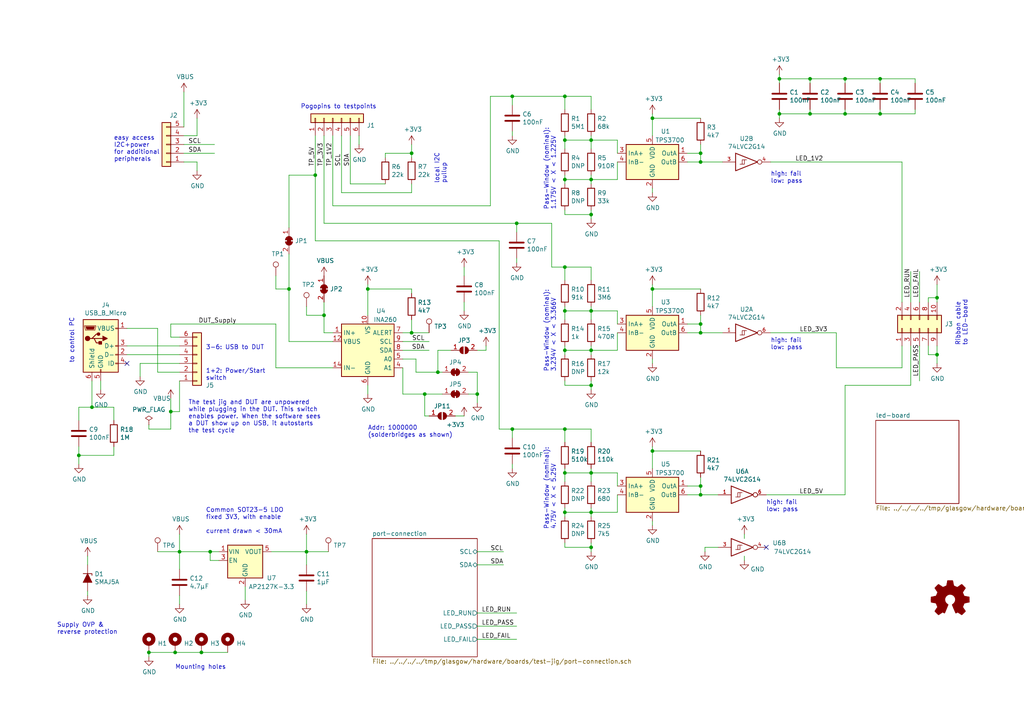
<source format=kicad_sch>
(kicad_sch (version 20230121) (generator eeschema)
  (paper "A4")
  (title_block (title "Glasgow Test Jig") (comment 1 "License 0BSD or Apache 2.0") (comment 3 "by Electronic Eel") (comment 4 "Test Jig for Glasgow revC1"))
  (junction (at 226.06 33.02))
  (junction (at 171.45 137.16))
  (junction (at 189.23 130.81))
  (junction (at 189.23 83.82))
  (junction (at 163.83 77.47))
  (junction (at 91.44 50.8))
  (junction (at 26.67 118.11))
  (junction (at 189.23 34.29))
  (junction (at 119.38 44.45))
  (junction (at 245.11 33.02))
  (junction (at 148.59 27.94))
  (junction (at 50.8 189.23))
  (junction (at 171.45 62.23))
  (junction (at 171.45 90.17))
  (junction (at 106.68 83.82))
  (junction (at 245.11 22.86))
  (junction (at 171.45 111.76))
  (junction (at 49.53 119.38))
  (junction (at 271.78 102.87))
  (junction (at 255.27 33.02))
  (junction (at 203.2 93.98))
  (junction (at 203.2 46.99))
  (junction (at 255.27 22.86))
  (junction (at 93.98 91.44))
  (junction (at 163.83 52.07))
  (junction (at 171.45 158.75))
  (junction (at 203.2 140.97))
  (junction (at 163.83 148.59))
  (junction (at 171.45 101.6))
  (junction (at 171.45 148.59))
  (junction (at 52.07 160.02))
  (junction (at 149.86 64.77))
  (junction (at 163.83 137.16))
  (junction (at 163.83 40.64))
  (junction (at 60.96 160.02))
  (junction (at 171.45 40.64))
  (junction (at 43.18 189.23))
  (junction (at 123.19 114.3))
  (junction (at 163.83 101.6))
  (junction (at 138.43 114.3))
  (junction (at 127 107.95))
  (junction (at 163.83 124.46))
  (junction (at 148.59 124.46))
  (junction (at 171.45 52.07))
  (junction (at 163.83 90.17))
  (junction (at 203.2 96.52))
  (junction (at 234.95 22.86))
  (junction (at 203.2 143.51))
  (junction (at 271.78 86.36))
  (junction (at 58.42 189.23))
  (junction (at 119.38 96.52))
  (junction (at 22.86 132.08))
  (junction (at 83.82 83.82))
  (junction (at 88.9 160.02))
  (junction (at 163.83 27.94))
  (junction (at 203.2 44.45))
  (junction (at 234.95 33.02))
  (junction (at 226.06 22.86))
  (no_connect (at 222.25 158.75))
  (no_connect (at 36.83 105.41))
  (wire (pts (xy 203.2 34.29) (xy 189.23 34.29)))
  (wire (pts (xy 271.78 102.87) (xy 271.78 105.41)))
  (wire (pts (xy 101.6 39.37) (xy 101.6 53.34)))
  (wire (pts (xy 245.11 33.02) (xy 245.11 31.75)))
  (wire (pts (xy 120.65 107.95) (xy 127 107.95)))
  (wire (pts (xy 80.01 83.82) (xy 83.82 83.82)))
  (wire (pts (xy 245.11 111.76) (xy 245.11 143.51)))
  (wire (pts (xy 33.02 132.08) (xy 22.86 132.08)))
  (wire (pts (xy 203.2 41.91) (xy 203.2 44.45)))
  (wire (pts (xy 80.01 80.01) (xy 80.01 83.82)))
  (wire (pts (xy 203.2 140.97) (xy 199.39 140.97)))
  (wire (pts (xy 33.02 118.11) (xy 33.02 121.92)))
  (wire (pts (xy 22.86 129.54) (xy 22.86 132.08)))
  (wire (pts (xy 52.07 175.26) (xy 52.07 172.72)))
  (wire (pts (xy 96.52 96.52) (xy 93.98 96.52)))
  (wire (pts (xy 25.4 171.45) (xy 25.4 172.72)))
  (wire (pts (xy 203.2 138.43) (xy 203.2 140.97)))
  (wire (pts (xy 163.83 137.16) (xy 163.83 135.89)))
  (wire (pts (xy 271.78 82.55) (xy 271.78 86.36)))
  (wire (pts (xy 144.78 69.85) (xy 144.78 124.46)))
  (wire (pts (xy 223.52 96.52) (xy 242.57 96.52)))
  (wire (pts (xy 163.83 60.96) (xy 163.83 62.23)))
  (wire (pts (xy 163.83 90.17) (xy 163.83 88.9)))
  (wire (pts (xy 36.83 95.25) (xy 45.72 95.25)))
  (wire (pts (xy 171.45 137.16) (xy 163.83 137.16)))
  (wire (pts (xy 123.19 120.65) (xy 123.19 114.3)))
  (wire (pts (xy 52.07 105.41) (xy 40.64 105.41)))
  (wire (pts (xy 163.83 52.07) (xy 171.45 52.07)))
  (wire (pts (xy 203.2 93.98) (xy 199.39 93.98)))
  (wire (pts (xy 264.16 100.33) (xy 264.16 111.76)))
  (wire (pts (xy 171.45 149.86) (xy 171.45 148.59)))
  (wire (pts (xy 22.86 121.92) (xy 22.86 118.11)))
  (wire (pts (xy 71.12 173.99) (xy 71.12 170.18)))
  (wire (pts (xy 163.83 102.87) (xy 163.83 101.6)))
  (wire (pts (xy 57.15 39.37) (xy 57.15 34.29)))
  (wire (pts (xy 63.5 162.56) (xy 60.96 162.56)))
  (wire (pts (xy 45.72 107.95) (xy 52.07 107.95)))
  (wire (pts (xy 226.06 34.29) (xy 226.06 33.02)))
  (wire (pts (xy 93.98 87.63) (xy 93.98 91.44)))
  (wire (pts (xy 163.83 139.7) (xy 163.83 137.16)))
  (wire (pts (xy 203.2 44.45) (xy 199.39 44.45)))
  (wire (pts (xy 163.83 148.59) (xy 163.83 147.32)))
  (wire (pts (xy 88.9 175.26) (xy 88.9 171.45)))
  (wire (pts (xy 116.84 114.3) (xy 123.19 114.3)))
  (wire (pts (xy 119.38 41.91) (xy 119.38 44.45)))
  (wire (pts (xy 208.28 158.75) (xy 204.47 158.75)))
  (wire (pts (xy 234.95 33.02) (xy 234.95 31.75)))
  (wire (pts (xy 171.45 111.76) (xy 171.45 110.49)))
  (wire (pts (xy 43.18 124.46) (xy 43.18 123.19)))
  (wire (pts (xy 78.74 160.02) (xy 88.9 160.02)))
  (wire (pts (xy 63.5 160.02) (xy 60.96 160.02)))
  (wire (pts (xy 96.52 39.37) (xy 96.52 59.69)))
  (wire (pts (xy 138.43 114.3) (xy 138.43 116.84)))
  (wire (pts (xy 242.57 96.52) (xy 242.57 106.68)))
  (wire (pts (xy 234.95 22.86) (xy 234.95 24.13)))
  (wire (pts (xy 179.07 96.52) (xy 179.07 101.6)))
  (wire (pts (xy 171.45 148.59) (xy 171.45 147.32)))
  (wire (pts (xy 171.45 77.47) (xy 171.45 81.28)))
  (wire (pts (xy 119.38 85.09) (xy 119.38 83.82)))
  (wire (pts (xy 57.15 46.99) (xy 57.15 49.53)))
  (wire (pts (xy 160.02 77.47) (xy 163.83 77.47)))
  (wire (pts (xy 171.45 92.71) (xy 171.45 90.17)))
  (wire (pts (xy 26.67 118.11) (xy 33.02 118.11)))
  (wire (pts (xy 179.07 90.17) (xy 171.45 90.17)))
  (wire (pts (xy 171.45 137.16) (xy 171.45 135.89)))
  (wire (pts (xy 138.43 181.61) (xy 149.86 181.61)))
  (wire (pts (xy 179.07 148.59) (xy 171.45 148.59)))
  (wire (pts (xy 189.23 55.88) (xy 189.23 54.61)))
  (wire (pts (xy 45.72 95.25) (xy 45.72 107.95)))
  (wire (pts (xy 226.06 33.02) (xy 226.06 31.75)))
  (wire (pts (xy 116.84 99.06) (xy 124.46 99.06)))
  (wire (pts (xy 116.84 96.52) (xy 119.38 96.52)))
  (wire (pts (xy 266.7 87.63) (xy 266.7 78.74)))
  (wire (pts (xy 53.34 41.91) (xy 62.23 41.91)))
  (wire (pts (xy 163.83 40.64) (xy 171.45 40.64)))
  (wire (pts (xy 91.44 50.8) (xy 91.44 69.85)))
  (wire (pts (xy 203.2 46.99) (xy 209.55 46.99)))
  (wire (pts (xy 269.24 102.87) (xy 271.78 102.87)))
  (wire (pts (xy 264.16 111.76) (xy 245.11 111.76)))
  (wire (pts (xy 93.98 64.77) (xy 149.86 64.77)))
  (wire (pts (xy 138.43 101.6) (xy 140.97 101.6)))
  (wire (pts (xy 199.39 46.99) (xy 203.2 46.99)))
  (wire (pts (xy 80.01 106.68) (xy 80.01 93.98)))
  (wire (pts (xy 60.96 162.56) (xy 60.96 160.02)))
  (wire (pts (xy 163.83 62.23) (xy 171.45 62.23)))
  (wire (pts (xy 265.43 22.86) (xy 265.43 24.13)))
  (wire (pts (xy 234.95 22.86) (xy 245.11 22.86)))
  (wire (pts (xy 203.2 96.52) (xy 203.2 93.98)))
  (wire (pts (xy 149.86 76.2) (xy 149.86 74.93)))
  (wire (pts (xy 271.78 102.87) (xy 271.78 100.33)))
  (wire (pts (xy 264.16 87.63) (xy 264.16 78.74)))
  (wire (pts (xy 99.06 39.37) (xy 99.06 55.88)))
  (wire (pts (xy 25.4 161.29) (xy 25.4 163.83)))
  (wire (pts (xy 163.83 39.37) (xy 163.83 40.64)))
  (wire (pts (xy 49.53 97.79) (xy 49.53 93.98)))
  (wire (pts (xy 88.9 88.9) (xy 88.9 91.44)))
  (wire (pts (xy 242.57 106.68) (xy 261.62 106.68)))
  (wire (pts (xy 53.34 46.99) (xy 57.15 46.99)))
  (wire (pts (xy 163.83 101.6) (xy 163.83 100.33)))
  (wire (pts (xy 26.67 110.49) (xy 26.67 118.11)))
  (wire (pts (xy 179.07 52.07) (xy 171.45 52.07)))
  (wire (pts (xy 49.53 119.38) (xy 49.53 115.57)))
  (wire (pts (xy 199.39 143.51) (xy 203.2 143.51)))
  (wire (pts (xy 204.47 158.75) (xy 204.47 160.02)))
  (wire (pts (xy 226.06 21.59) (xy 226.06 22.86)))
  (wire (pts (xy 119.38 55.88) (xy 119.38 53.34)))
  (wire (pts (xy 83.82 50.8) (xy 91.44 50.8)))
  (wire (pts (xy 203.2 130.81) (xy 189.23 130.81)))
  (wire (pts (xy 163.83 77.47) (xy 171.45 77.47)))
  (wire (pts (xy 245.11 22.86) (xy 245.11 24.13)))
  (wire (pts (xy 223.52 46.99) (xy 261.62 46.99)))
  (wire (pts (xy 116.84 104.14) (xy 120.65 104.14)))
  (wire (pts (xy 261.62 46.99) (xy 261.62 87.63)))
  (wire (pts (xy 22.86 118.11) (xy 26.67 118.11)))
  (wire (pts (xy 189.23 83.82) (xy 189.23 88.9)))
  (wire (pts (xy 52.07 110.49) (xy 52.07 119.38)))
  (wire (pts (xy 171.45 148.59) (xy 163.83 148.59)))
  (wire (pts (xy 163.83 124.46) (xy 163.83 128.27)))
  (wire (pts (xy 261.62 106.68) (xy 261.62 100.33)))
  (wire (pts (xy 135.89 107.95) (xy 138.43 107.95)))
  (wire (pts (xy 203.2 96.52) (xy 209.55 96.52)))
  (wire (pts (xy 83.82 73.66) (xy 83.82 83.82)))
  (wire (pts (xy 83.82 66.04) (xy 83.82 50.8)))
  (wire (pts (xy 40.64 105.41) (xy 40.64 109.22)))
  (wire (pts (xy 52.07 119.38) (xy 49.53 119.38)))
  (wire (pts (xy 171.45 60.96) (xy 171.45 62.23)))
  (wire (pts (xy 138.43 177.8) (xy 149.86 177.8)))
  (wire (pts (xy 99.06 55.88) (xy 119.38 55.88)))
  (wire (pts (xy 138.43 160.02) (xy 146.05 160.02)))
  (wire (pts (xy 148.59 30.48) (xy 148.59 27.94)))
  (wire (pts (xy 255.27 33.02) (xy 265.43 33.02)))
  (wire (pts (xy 60.96 160.02) (xy 52.07 160.02)))
  (wire (pts (xy 49.53 124.46) (xy 43.18 124.46)))
  (wire (pts (xy 88.9 160.02) (xy 95.25 160.02)))
  (wire (pts (xy 265.43 33.02) (xy 265.43 31.75)))
  (wire (pts (xy 148.59 39.37) (xy 148.59 38.1)))
  (wire (pts (xy 96.52 106.68) (xy 80.01 106.68)))
  (wire (pts (xy 171.45 27.94) (xy 171.45 31.75)))
  (wire (pts (xy 163.83 149.86) (xy 163.83 148.59)))
  (wire (pts (xy 142.24 59.69) (xy 142.24 27.94)))
  (wire (pts (xy 140.97 101.6) (xy 140.97 100.33)))
  (wire (pts (xy 179.07 140.97) (xy 179.07 137.16)))
  (wire (pts (xy 255.27 22.86) (xy 255.27 24.13)))
  (wire (pts (xy 123.19 114.3) (xy 128.27 114.3)))
  (wire (pts (xy 52.07 165.1) (xy 52.07 160.02)))
  (wire (pts (xy 138.43 185.42) (xy 149.86 185.42)))
  (wire (pts (xy 189.23 129.54) (xy 189.23 130.81)))
  (wire (pts (xy 179.07 101.6) (xy 171.45 101.6)))
  (wire (pts (xy 135.89 114.3) (xy 138.43 114.3)))
  (wire (pts (xy 130.81 101.6) (xy 127 101.6)))
  (wire (pts (xy 179.07 137.16) (xy 171.45 137.16)))
  (wire (pts (xy 142.24 27.94) (xy 148.59 27.94)))
  (wire (pts (xy 203.2 46.99) (xy 203.2 44.45)))
  (wire (pts (xy 58.42 189.23) (xy 66.04 189.23)))
  (wire (pts (xy 269.24 87.63) (xy 269.24 86.36)))
  (wire (pts (xy 106.68 91.44) (xy 106.68 83.82)))
  (wire (pts (xy 163.83 157.48) (xy 163.83 158.75)))
  (wire (pts (xy 226.06 33.02) (xy 234.95 33.02)))
  (wire (pts (xy 163.83 31.75) (xy 163.83 27.94)))
  (wire (pts (xy 91.44 50.8) (xy 91.44 39.37)))
  (wire (pts (xy 52.07 160.02) (xy 45.72 160.02)))
  (wire (pts (xy 49.53 93.98) (xy 80.01 93.98)))
  (wire (pts (xy 116.84 101.6) (xy 124.46 101.6)))
  (wire (pts (xy 163.83 158.75) (xy 171.45 158.75)))
  (wire (pts (xy 163.83 77.47) (xy 163.83 81.28)))
  (wire (pts (xy 171.45 90.17) (xy 163.83 90.17)))
  (wire (pts (xy 22.86 132.08) (xy 22.86 134.62)))
  (wire (pts (xy 203.2 83.82) (xy 189.23 83.82)))
  (wire (pts (xy 203.2 143.51) (xy 203.2 140.97)))
  (wire (pts (xy 171.45 139.7) (xy 171.45 137.16)))
  (wire (pts (xy 171.45 62.23) (xy 171.45 63.5)))
  (wire (pts (xy 163.83 50.8) (xy 163.83 52.07)))
  (wire (pts (xy 171.45 101.6) (xy 171.45 100.33)))
  (wire (pts (xy 53.34 39.37) (xy 57.15 39.37)))
  (wire (pts (xy 101.6 53.34) (xy 111.76 53.34)))
  (wire (pts (xy 124.46 120.65) (xy 123.19 120.65)))
  (wire (pts (xy 266.7 100.33) (xy 266.7 110.49)))
  (wire (pts (xy 234.95 33.02) (xy 245.11 33.02)))
  (wire (pts (xy 203.2 91.44) (xy 203.2 93.98)))
  (wire (pts (xy 245.11 143.51) (xy 222.25 143.51)))
  (wire (pts (xy 215.9 161.29) (xy 215.9 162.56)))
  (wire (pts (xy 171.45 102.87) (xy 171.45 101.6)))
  (wire (pts (xy 171.45 43.18) (xy 171.45 40.64)))
  (wire (pts (xy 43.18 189.23) (xy 50.8 189.23)))
  (wire (pts (xy 189.23 105.41) (xy 189.23 104.14)))
  (wire (pts (xy 226.06 22.86) (xy 226.06 24.13)))
  (wire (pts (xy 29.21 113.03) (xy 29.21 110.49)))
  (wire (pts (xy 33.02 129.54) (xy 33.02 132.08)))
  (wire (pts (xy 269.24 100.33) (xy 269.24 102.87)))
  (wire (pts (xy 49.53 119.38) (xy 49.53 124.46)))
  (wire (pts (xy 119.38 96.52) (xy 124.46 96.52)))
  (wire (pts (xy 163.83 40.64) (xy 163.83 43.18)))
  (wire (pts (xy 163.83 27.94) (xy 171.45 27.94)))
  (wire (pts (xy 255.27 22.86) (xy 265.43 22.86)))
  (wire (pts (xy 88.9 91.44) (xy 93.98 91.44)))
  (wire (pts (xy 132.08 120.65) (xy 134.62 120.65)))
  (wire (pts (xy 171.45 158.75) (xy 171.45 157.48)))
  (wire (pts (xy 148.59 127) (xy 148.59 124.46)))
  (wire (pts (xy 148.59 27.94) (xy 163.83 27.94)))
  (wire (pts (xy 53.34 44.45) (xy 62.23 44.45)))
  (wire (pts (xy 179.07 40.64) (xy 171.45 40.64)))
  (wire (pts (xy 269.24 86.36) (xy 271.78 86.36)))
  (wire (pts (xy 171.45 124.46) (xy 171.45 128.27)))
  (wire (pts (xy 163.83 92.71) (xy 163.83 90.17)))
  (wire (pts (xy 160.02 77.47) (xy 160.02 64.77)))
  (wire (pts (xy 179.07 93.98) (xy 179.07 90.17)))
  (wire (pts (xy 179.07 143.51) (xy 179.07 148.59)))
  (wire (pts (xy 215.9 154.94) (xy 215.9 156.21)))
  (wire (pts (xy 171.45 113.03) (xy 171.45 111.76)))
  (wire (pts (xy 148.59 135.89) (xy 148.59 134.62)))
  (wire (pts (xy 199.39 96.52) (xy 203.2 96.52)))
  (wire (pts (xy 148.59 124.46) (xy 163.83 124.46)))
  (wire (pts (xy 104.14 39.37) (xy 104.14 41.91)))
  (wire (pts (xy 52.07 97.79) (xy 49.53 97.79)))
  (wire (pts (xy 271.78 86.36) (xy 271.78 87.63)))
  (wire (pts (xy 189.23 82.55) (xy 189.23 83.82)))
  (wire (pts (xy 245.11 33.02) (xy 255.27 33.02)))
  (wire (pts (xy 179.07 46.99) (xy 179.07 52.07)))
  (wire (pts (xy 83.82 83.82) (xy 83.82 99.06)))
  (wire (pts (xy 52.07 160.02) (xy 52.07 154.94)))
  (wire (pts (xy 96.52 59.69) (xy 142.24 59.69)))
  (wire (pts (xy 93.98 91.44) (xy 93.98 96.52)))
  (wire (pts (xy 88.9 160.02) (xy 88.9 154.94)))
  (wire (pts (xy 163.83 124.46) (xy 171.45 124.46)))
  (wire (pts (xy 106.68 83.82) (xy 106.68 82.55)))
  (wire (pts (xy 88.9 163.83) (xy 88.9 160.02)))
  (wire (pts (xy 144.78 124.46) (xy 148.59 124.46)))
  (wire (pts (xy 171.45 90.17) (xy 171.45 88.9)))
  (wire (pts (xy 36.83 102.87) (xy 52.07 102.87)))
  (wire (pts (xy 134.62 87.63) (xy 134.62 90.17)))
  (wire (pts (xy 138.43 107.95) (xy 138.43 114.3)))
  (wire (pts (xy 226.06 22.86) (xy 234.95 22.86)))
  (wire (pts (xy 127 107.95) (xy 128.27 107.95)))
  (wire (pts (xy 179.07 44.45) (xy 179.07 40.64)))
  (wire (pts (xy 134.62 80.01) (xy 134.62 77.47)))
  (wire (pts (xy 96.52 99.06) (xy 83.82 99.06)))
  (wire (pts (xy 171.45 160.02) (xy 171.45 158.75)))
  (wire (pts (xy 50.8 189.23) (xy 58.42 189.23)))
  (wire (pts (xy 119.38 96.52) (xy 119.38 92.71)))
  (wire (pts (xy 120.65 104.14) (xy 120.65 107.95)))
  (wire (pts (xy 255.27 33.02) (xy 255.27 31.75)))
  (wire (pts (xy 189.23 152.4) (xy 189.23 151.13)))
  (wire (pts (xy 91.44 69.85) (xy 144.78 69.85)))
  (wire (pts (xy 127 101.6) (xy 127 107.95)))
  (wire (pts (xy 171.45 40.64) (xy 171.45 39.37)))
  (wire (pts (xy 245.11 22.86) (xy 255.27 22.86)))
  (wire (pts (xy 171.45 111.76) (xy 163.83 111.76)))
  (wire (pts (xy 171.45 52.07) (xy 171.45 50.8)))
  (wire (pts (xy 116.84 106.68) (xy 116.84 114.3)))
  (wire (pts (xy 189.23 130.81) (xy 189.23 135.89)))
  (wire (pts (xy 163.83 52.07) (xy 163.83 53.34)))
  (wire (pts (xy 203.2 143.51) (xy 208.28 143.51)))
  (wire (pts (xy 111.76 45.72) (xy 111.76 44.45)))
  (wire (pts (xy 119.38 83.82) (xy 106.68 83.82)))
  (wire (pts (xy 53.34 36.83) (xy 53.34 26.67)))
  (wire (pts (xy 171.45 53.34) (xy 171.45 52.07)))
  (wire (pts (xy 106.68 114.3) (xy 106.68 111.76)))
  (wire (pts (xy 43.18 189.23) (xy 43.18 190.5)))
  (wire (pts (xy 111.76 44.45) (xy 119.38 44.45)))
  (wire (pts (xy 93.98 39.37) (xy 93.98 64.77)))
  (wire (pts (xy 149.86 64.77) (xy 160.02 64.77)))
  (wire (pts (xy 189.23 33.02) (xy 189.23 34.29)))
  (wire (pts (xy 189.23 34.29) (xy 189.23 39.37)))
  (wire (pts (xy 138.43 163.83) (xy 146.05 163.83)))
  (wire (pts (xy 163.83 111.76) (xy 163.83 110.49)))
  (wire (pts (xy 171.45 101.6) (xy 163.83 101.6)))
  (wire (pts (xy 149.86 67.31) (xy 149.86 64.77)))
  (wire (pts (xy 119.38 44.45) (xy 119.38 45.72)))
  (wire (pts (xy 36.83 100.33) (xy 52.07 100.33)))
  (text "local I2C\npullup" (at 129.54 53.34 90) (effects (font (size 1.27 1.27)) (justify left bottom)))
  (text "1+2: Power/Start\nswitch" (at 59.69 110.49 0) (effects (font (size 1.27 1.27)) (justify left bottom)))
  (text "3-6: USB to DUT" (at 59.69 101.6 0) (effects (font (size 1.27 1.27)) (justify left bottom)))
  (text "Addr: 1000000\n(solderbridges as shown)" (at 106.68 127 0) (effects (font (size 1.27 1.27)) (justify left bottom)))
  (text "The test jig and DUT are unpowered\nwhile plugging in the DUT. This switch\nenables power. When the software sees\na DUT show up on USB, it autostarts\nthe test cycle" (at 54.61 125.73 0) (effects (font (size 1.27 1.27)) (justify left bottom)))
  (text "Pogopins to testpoints" (at 109.22 31.75 0) (effects (font (size 1.27 1.27)) (justify right bottom)))
  (text "Common SOT23-5 LDO\nfixed 3V3, with enable\n\ncurrent drawn < 30mA" (at 59.69 154.94 0) (effects (font (size 1.27 1.27)) (justify left bottom)))
  (text "to control PC" (at 21.59 105.41 90) (effects (font (size 1.27 1.27)) (justify left bottom)))
  (text "Supply OVP &\nreverse protection" (at 16.51 184.15 0) (effects (font (size 1.27 1.27)) (justify left bottom)))
  (text "Ribbon cable\nto LED-board" (at 280.67 100.33 90) (effects (font (size 1.27 1.27)) (justify left bottom)))
  (text "Pass-Window (nominal):\n4.75V < X < 5.25V" (at 161.29 153.67 90) (effects (font (size 1.27 1.27)) (justify left bottom)))
  (text "high: fail\nlow: pass" (at 223.52 53.34 0) (effects (font (size 1.27 1.27)) (justify left bottom)))
  (text "Pass-Window (nominal):\n1.175V < X < 1.225V" (at 161.29 60.96 90) (effects (font (size 1.27 1.27)) (justify left bottom)))
  (text "easy access\nI2C+power\nfor additional\nperipherals\n" (at 33.02 46.99 0) (effects (font (size 1.27 1.27)) (justify left bottom)))
  (text "high: fail\nlow: pass" (at 223.52 101.6 0) (effects (font (size 1.27 1.27)) (justify left bottom)))
  (text "Pass-Window (nominal):\n3.234V < X < 3.366V" (at 161.29 107.95 90) (effects (font (size 1.27 1.27)) (justify left bottom)))
  (text "high: fail\nlow: pass" (at 222.25 148.59 0) (effects (font (size 1.27 1.27)) (justify left bottom)))
  (text "Mounting holes" (at 50.8 194.31 0) (effects (font (size 1.27 1.27)) (justify left bottom)))
  (label "LED_RUN" (at 139.7 177.8 0))
  (label "SCL" (at 142.24 160.02 0))
  (label "SCL" (at 123.19 99.06 180))
  (label "SCL" (at 99.06 48.26 90))
  (label "SDA" (at 142.24 163.83 0))
  (label "DUT_Supply" (at 68.58 93.98 180))
  (label "TP_1V2" (at 96.52 48.26 90))
  (label "LED_5V" (at 238.76 143.51 180))
  (label "SCL" (at 54.61 41.91 0))
  (label "LED_RUN" (at 264.16 86.36 90))
  (label "SDA" (at 123.19 101.6 180))
  (label "LED_FAIL" (at 266.7 86.36 90))
  (label "LED_PASS" (at 139.7 181.61 0))
  (label "SDA" (at 101.6 48.26 90))
  (label "LED_3V3" (at 240.03 96.52 180))
  (label "TP_5V" (at 91.44 48.26 90))
  (label "LED_FAIL" (at 139.7 185.42 0))
  (label "SDA" (at 54.61 44.45 0))
  (label "LED_PASS" (at 266.7 109.22 90))
  (label "TP_3V3" (at 93.98 48.26 90))
  (label "LED_1V2" (at 238.76 46.99 180))
  (symbol (lib_id "test-jig-rescue:USB_B_Micro-Connector") (at 29.21 100.33 0) (unit 1)
    (property "Reference" "J4" (at 30.6578 88.4682 0))
    (property "Value" "USB_B_Micro" (at 30.6578 90.7796 0))
    (property "Footprint" "Connector_USB:USB_Micro-B_Molex_47346-0001" (effects hide))
    (property "Datasheet" "https://www.mouser.com/datasheet/2/276/0473460001_IO_CONNECTORS-229243.pdf" (effects hide))
  )
  (symbol (lib_id "Device:C") (at 22.86 125.73 0) (unit 1)
    (property "Reference" "C9" (at 25.781 124.5616 0) (effects (justify left)))
    (property "Value" "100nF" (at 25.781 126.873 0) (effects (justify left)))
    (property "Footprint" "Capacitor_SMD:C_0603_1608Metric_Pad1.05x0.95mm_HandSolder" (effects hide))
  )
  (symbol (lib_id "Device:R") (at 33.02 125.73 0) (unit 1)
    (property "Reference" "R18" (at 34.798 124.5616 0) (effects (justify left)))
    (property "Value" "1M" (at 34.798 126.873 0) (effects (justify left)))
    (property "Footprint" "Resistor_SMD:R_0603_1608Metric_Pad1.05x0.95mm_HandSolder" (effects hide))
  )
  (symbol (lib_id "power:GND") (at 22.86 134.62 0) (unit 1)
    (property "Reference" "#PWR029" (effects hide))
    (property "Value" "GND" (at 22.987 139.0142 0))
  )
  (symbol (lib_id "power:GND") (at 29.21 113.03 0) (unit 1)
    (property "Reference" "#PWR021" (effects hide))
    (property "Value" "GND" (at 29.337 117.4242 0))
  )
  (symbol (lib_id "power:VBUS") (at 49.53 115.57 0) (unit 1)
    (property "Reference" "#PWR020" (effects hide))
    (property "Value" "VBUS" (at 46.99 115.57 0))
  )
  (symbol (lib_id "Connector_Generic:Conn_02x05_Odd_Even") (at 266.7 95.25 90) (unit 1)
    (property "Reference" "J3" (at 274.0152 93.98 90) (effects (justify right)))
    (property "Value" "Conn_02x05_Odd_Even" (effects hide))
    (property "Footprint" "Connector_IDC:IDC-Header_2x05_P2.54mm_Vertical" (effects hide))
  )
  (symbol (lib_id "test-jig-rescue:AP2127K-3.3-Regulator_Linear") (at 71.12 162.56 0) (unit 1)
    (property "Reference" "U7" (at 78.74 167.64 0))
    (property "Value" "AP2127K-3.3" (at 78.74 170.18 0))
    (property "Footprint" "Package_TO_SOT_SMD:SOT-23-5_HandSoldering" (effects hide))
    (property "Datasheet" "https://www.diodes.com/assets/Datasheets/AP2127.pdf" (effects hide))
  )
  (symbol (lib_id "power:VBUS") (at 52.07 154.94 0) (unit 1)
    (property "Reference" "#PWR032" (effects hide))
    (property "Value" "VBUS" (at 52.451 150.5458 0))
  )
  (symbol (lib_id "Device:C") (at 52.07 168.91 0) (unit 1)
    (property "Reference" "C12" (at 54.991 167.7416 0) (effects (justify left)))
    (property "Value" "4.7µF" (at 54.991 170.053 0) (effects (justify left)))
    (property "Footprint" "Capacitor_SMD:C_0805_2012Metric_Pad1.15x1.40mm_HandSolder" (effects hide))
  )
  (symbol (lib_id "power:GND") (at 52.07 175.26 0) (unit 1)
    (property "Reference" "#PWR041" (effects hide))
    (property "Value" "GND" (at 52.197 179.6542 0))
  )
  (symbol (lib_id "power:GND") (at 71.12 173.99 0) (unit 1)
    (property "Reference" "#PWR040" (effects hide))
    (property "Value" "GND" (at 71.247 178.3842 0))
  )
  (symbol (lib_id "test-jig-rescue:+3.3V-power") (at 88.9 154.94 0) (unit 1)
    (property "Reference" "#PWR033" (effects hide))
    (property "Value" "+3.3V" (at 89.281 150.5458 0))
  )
  (symbol (lib_id "Device:C") (at 88.9 167.64 0) (unit 1)
    (property "Reference" "C11" (at 91.821 166.4716 0) (effects (justify left)))
    (property "Value" "1µF" (at 91.821 168.783 0) (effects (justify left)))
    (property "Footprint" "Capacitor_SMD:C_0603_1608Metric_Pad1.05x0.95mm_HandSolder" (effects hide))
  )
  (symbol (lib_id "power:GND") (at 88.9 175.26 0) (unit 1)
    (property "Reference" "#PWR042" (effects hide))
    (property "Value" "GND" (at 89.027 179.6542 0))
  )
  (symbol (lib_id "power:GND") (at 215.9 162.56 0) (unit 1)
    (property "Reference" "#PWR038" (effects hide))
    (property "Value" "GND" (at 219.71 165.1 0))
  )
  (symbol (lib_id "test-jig-rescue:+3.3V-power") (at 215.9 154.94 0) (unit 1)
    (property "Reference" "#PWR034" (effects hide))
    (property "Value" "+3.3V" (at 216.281 150.5458 0))
  )
  (symbol (lib_id "Device:R") (at 163.83 35.56 0) (unit 1)
    (property "Reference" "R1" (at 165.608 34.3916 0) (effects (justify left)))
    (property "Value" "5M1" (at 165.608 36.703 0) (effects (justify left)))
    (property "Footprint" "Resistor_SMD:R_0603_1608Metric_Pad1.05x0.95mm_HandSolder" (effects hide))
  )
  (symbol (lib_id "Device:R") (at 163.83 46.99 0) (unit 1)
    (property "Reference" "R4" (at 165.608 45.8216 0) (effects (justify left)))
    (property "Value" "DNP" (at 165.608 48.133 0) (effects (justify left)))
    (property "Footprint" "Resistor_SMD:R_0603_1608Metric_Pad1.05x0.95mm_HandSolder" (effects hide))
  )
  (symbol (lib_id "Device:R") (at 163.83 57.15 0) (unit 1)
    (property "Reference" "R8" (at 165.608 55.9816 0) (effects (justify left)))
    (property "Value" "DNP" (at 165.608 58.293 0) (effects (justify left)))
    (property "Footprint" "Resistor_SMD:R_0603_1608Metric_Pad1.05x0.95mm_HandSolder" (effects hide))
  )
  (symbol (lib_id "power:GND") (at 40.64 109.22 0) (unit 1)
    (property "Reference" "#PWR019" (effects hide))
    (property "Value" "GND" (at 40.767 113.6142 0))
  )
  (symbol (lib_id "Jumper:SolderJumper_2_Bridged") (at 132.08 107.95 0) (unit 1)
    (property "Reference" "JP4" (at 132.08 105.0798 0))
    (property "Value" "SolderJumper_2_Bridged" (effects hide))
    (property "Footprint" "Glasgow:Solderbridge-small-2pad" (effects hide))
  )
  (symbol (lib_id "Jumper:SolderJumper_2_Bridged") (at 132.08 114.3 0) (unit 1)
    (property "Reference" "JP5" (at 132.08 111.4298 0))
    (property "Value" "SolderJumper_2_Bridged" (effects hide))
    (property "Footprint" "Glasgow:Solderbridge-small-2pad" (effects hide))
  )
  (symbol (lib_id "Sensor:INA260") (at 106.68 101.6 0) (unit 1)
    (property "Reference" "U4" (at 110.49 90.17 0))
    (property "Value" "INA260" (at 111.76 92.71 0))
    (property "Footprint" "Package_SO:TSSOP-16_4.4x5mm_P0.65mm" (effects hide))
    (property "Datasheet" "http://www.ti.com/lit/ds/symlink/ina260.pdf" (effects hide))
  )
  (symbol (lib_id "test-jig-rescue:+3.3V-power") (at 106.68 82.55 0) (unit 1)
    (property "Reference" "#PWR014" (effects hide))
    (property "Value" "+3.3V" (at 107.061 78.1558 0))
  )
  (symbol (lib_id "power:GND") (at 106.68 114.3 0) (unit 1)
    (property "Reference" "#PWR024" (effects hide))
    (property "Value" "GND" (at 106.807 118.6942 0))
  )
  (symbol (lib_id "power:VBUS") (at 93.98 80.01 0) (unit 1)
    (property "Reference" "#PWR012" (effects hide))
    (property "Value" "VBUS" (at 94.361 75.6158 0))
  )
  (symbol (lib_id "Connector_Generic:Conn_01x06") (at 96.52 34.29 90) (unit 1)
    (property "Reference" "J1" (at 106.3752 36.3728 90) (effects (justify right)))
    (property "Value" "AST04106" (effects hide))
    (property "Footprint" "Glasgow:TerminalBlock_MetzConnect_AST04106_1x06_Lever_Clamp_45Degree" (effects hide))
    (property "Datasheet" "https://www.metz-connect.com/en/system/files/productfiles/Data_sheet_AST041.PDF" (effects hide))
  )
  (symbol (lib_id "power:GND") (at 104.14 41.91 0) (unit 1)
    (property "Reference" "#PWR06" (effects hide))
    (property "Value" "GND" (at 104.267 46.3042 0))
  )
  (symbol (lib_id "power:GND") (at 138.43 116.84 0) (unit 1)
    (property "Reference" "#PWR026" (effects hide))
    (property "Value" "GND" (at 138.557 121.2342 0))
  )
  (symbol (lib_id "test-jig-rescue:+3.3V-power") (at 271.78 82.55 0) (unit 1)
    (property "Reference" "#PWR016" (effects hide))
    (property "Value" "+3.3V" (at 272.161 78.1558 0))
  )
  (symbol (lib_id "Device:R") (at 119.38 88.9 0) (unit 1)
    (property "Reference" "R13" (at 121.158 87.7316 0) (effects (justify left)))
    (property "Value" "4k7" (at 121.158 90.043 0) (effects (justify left)))
    (property "Footprint" "Resistor_SMD:R_0603_1608Metric_Pad1.05x0.95mm_HandSolder" (effects hide))
  )
  (symbol (lib_id "Connector:TestPoint") (at 124.46 96.52 0) (unit 1)
    (property "Reference" "TP3" (at 125.9332 94.6912 0) (effects (justify left)))
    (property "Value" "TestPoint" (effects hide))
    (property "Footprint" "TestPoint:TestPoint_THTPad_D1.5mm_Drill0.7mm" (effects hide))
  )
  (symbol (lib_id "Connector:TestPoint") (at 80.01 80.01 0) (mirror y) (unit 1)
    (property "Reference" "TP1" (at 78.74 73.66 0) (effects (justify right)))
    (property "Value" "TestPoint" (effects hide))
    (property "Footprint" "TestPoint:TestPoint_THTPad_D1.5mm_Drill0.7mm" (effects hide))
  )
  (symbol (lib_id "power:GND") (at 271.78 105.41 0) (unit 1)
    (property "Reference" "#PWR018" (effects hide))
    (property "Value" "GND" (at 271.907 109.8042 0))
  )
  (symbol (lib_id "Jumper:SolderJumper_2_Bridged") (at 83.82 69.85 270) (unit 1)
    (property "Reference" "JP1" (at 85.5472 69.85 90) (effects (justify left)))
    (property "Value" "SolderJumper_2_Bridged" (effects hide))
    (property "Footprint" "Glasgow:Solderbridge-small-2pad" (effects hide))
  )
  (symbol (lib_id "Mechanical:MountingHole_Pad") (at 43.18 186.69 0) (unit 1)
    (property "Reference" "H1" (at 45.72 186.6138 0) (effects (justify left)))
    (property "Value" "MountingHole_Pad" (effects hide))
    (property "Footprint" "MountingHole:MountingHole_3.7mm_Pad_Via" (effects hide))
  )
  (symbol (lib_id "test-jig-rescue:+3.3V-power") (at 57.15 34.29 0) (unit 1)
    (property "Reference" "#PWR03" (effects hide))
    (property "Value" "+3.3V" (at 57.531 29.8958 0))
  )
  (symbol (lib_id "Mechanical:MountingHole_Pad") (at 50.8 186.69 0) (unit 1)
    (property "Reference" "H2" (at 53.34 186.6138 0) (effects (justify left)))
    (property "Value" "MountingHole_Pad" (effects hide))
    (property "Footprint" "MountingHole:MountingHole_3.7mm_Pad_Via" (effects hide))
  )
  (symbol (lib_id "power:GND") (at 57.15 49.53 0) (unit 1)
    (property "Reference" "#PWR08" (effects hide))
    (property "Value" "GND" (at 57.277 53.9242 0))
  )
  (symbol (lib_id "Mechanical:MountingHole_Pad") (at 58.42 186.69 0) (unit 1)
    (property "Reference" "H3" (at 60.96 186.6138 0) (effects (justify left)))
    (property "Value" "MountingHole_Pad" (effects hide))
    (property "Footprint" "MountingHole:MountingHole_3.7mm_Pad_Via" (effects hide))
  )
  (symbol (lib_id "Mechanical:MountingHole_Pad") (at 66.04 186.69 0) (unit 1)
    (property "Reference" "H4" (at 68.58 186.6138 0) (effects (justify left)))
    (property "Value" "MountingHole_Pad" (effects hide))
    (property "Footprint" "MountingHole:MountingHole_3.7mm_Pad_Via" (effects hide))
  )
  (symbol (lib_id "power:GND") (at 43.18 190.5 0) (unit 1)
    (property "Reference" "#PWR073" (effects hide))
    (property "Value" "GND" (at 43.307 194.8942 0))
  )
  (symbol (lib_id "power:PWR_FLAG") (at 43.18 123.19 0) (unit 1)
    (property "Reference" "#FLG01" (effects hide))
    (property "Value" "PWR_FLAG" (at 43.18 118.7958 0))
  )
  (symbol (lib_id "Connector:TestPoint") (at 88.9 88.9 0) (unit 1)
    (property "Reference" "TP2" (at 87.63 82.55 0) (effects (justify left)))
    (property "Value" "TestPoint" (effects hide))
    (property "Footprint" "TestPoint:TestPoint_THTPad_D1.5mm_Drill0.7mm" (effects hide))
  )
  (symbol (lib_id "Jumper:SolderJumper_2_Bridged") (at 93.98 83.82 270) (unit 1)
    (property "Reference" "JP2" (at 95.7072 83.82 90) (effects (justify left)))
    (property "Value" "SolderJumper_2_Bridged" (effects hide))
    (property "Footprint" "Jumper:SolderJumper-2_P1.3mm_Open_TrianglePad1.0x1.5mm" (effects hide))
  )
  (symbol (lib_id "Device:R") (at 111.76 49.53 0) (unit 1)
    (property "Reference" "R6" (at 113.538 48.3616 0) (effects (justify left)))
    (property "Value" "22k" (at 113.538 50.673 0) (effects (justify left)))
    (property "Footprint" "Resistor_SMD:R_0603_1608Metric_Pad1.05x0.95mm_HandSolder" (effects hide))
  )
  (symbol (lib_id "Device:R") (at 119.38 49.53 0) (unit 1)
    (property "Reference" "R7" (at 121.158 48.3616 0) (effects (justify left)))
    (property "Value" "22k" (at 121.158 50.673 0) (effects (justify left)))
    (property "Footprint" "Resistor_SMD:R_0603_1608Metric_Pad1.05x0.95mm_HandSolder" (effects hide))
  )
  (symbol (lib_id "test-jig-rescue:+3.3V-power") (at 119.38 41.91 0) (unit 1)
    (property "Reference" "#PWR07" (effects hide))
    (property "Value" "+3.3V" (at 119.761 37.5158 0))
  )
  (symbol (lib_id "Device:C") (at 134.62 83.82 0) (unit 1)
    (property "Reference" "C8" (at 137.541 82.6516 0) (effects (justify left)))
    (property "Value" "100nF" (at 137.541 84.963 0) (effects (justify left)))
    (property "Footprint" "Capacitor_SMD:C_0603_1608Metric_Pad1.05x0.95mm_HandSolder" (effects hide))
  )
  (symbol (lib_id "power:GND") (at 134.62 90.17 0) (unit 1)
    (property "Reference" "#PWR027" (effects hide))
    (property "Value" "GND" (at 134.747 94.5642 0))
  )
  (symbol (lib_id "test-jig-rescue:+3.3V-power") (at 134.62 77.47 0) (unit 1)
    (property "Reference" "#PWR025" (effects hide))
    (property "Value" "+3.3V" (at 135.001 73.0758 0))
  )
  (symbol (lib_id "Glasgow:TPS3700") (at 189.23 46.99 0) (unit 1)
    (property "Reference" "U1" (at 193.04 38.1 0))
    (property "Value" "TPS3700" (at 194.31 40.64 0))
    (property "Footprint" "Package_TO_SOT_SMD:SOT-23-6_Handsoldering" (effects hide))
    (property "Datasheet" "http://www.ti.com/lit/ds/symlink/tps3700.pdf" (effects hide))
  )
  (symbol (lib_id "power:GND") (at 189.23 55.88 0) (unit 1)
    (property "Reference" "#PWR09" (effects hide))
    (property "Value" "GND" (at 189.357 60.2742 0))
  )
  (symbol (lib_id "test-jig-rescue:+3.3V-power") (at 189.23 33.02 0) (unit 1)
    (property "Reference" "#PWR02" (effects hide))
    (property "Value" "+3.3V" (at 189.611 28.6258 0))
  )
  (symbol (lib_id "Device:R") (at 203.2 38.1 0) (unit 1)
    (property "Reference" "R3" (at 204.978 36.9316 0) (effects (justify left)))
    (property "Value" "4k7" (at 204.978 39.243 0) (effects (justify left)))
    (property "Footprint" "Resistor_SMD:R_0603_1608Metric_Pad1.05x0.95mm_HandSolder" (effects hide))
  )
  (symbol (lib_id "Device:R") (at 171.45 35.56 0) (unit 1)
    (property "Reference" "R2" (at 173.228 34.3916 0) (effects (justify left)))
    (property "Value" "68k" (at 173.228 36.703 0) (effects (justify left)))
    (property "Footprint" "Resistor_SMD:R_0603_1608Metric_Pad1.05x0.95mm_HandSolder" (effects hide))
  )
  (symbol (lib_id "Device:R") (at 171.45 46.99 0) (unit 1)
    (property "Reference" "R5" (at 173.228 45.8216 0) (effects (justify left)))
    (property "Value" "910R" (at 173.228 48.133 0) (effects (justify left)))
    (property "Footprint" "Resistor_SMD:R_0603_1608Metric_Pad1.05x0.95mm_HandSolder" (effects hide))
  )
  (symbol (lib_id "Device:R") (at 171.45 57.15 0) (unit 1)
    (property "Reference" "R9" (at 173.228 55.9816 0) (effects (justify left)))
    (property "Value" "33k" (at 173.228 58.293 0) (effects (justify left)))
    (property "Footprint" "Resistor_SMD:R_0603_1608Metric_Pad1.05x0.95mm_HandSolder" (effects hide))
  )
  (symbol (lib_id "power:GND") (at 171.45 63.5 0) (unit 1)
    (property "Reference" "#PWR010" (effects hide))
    (property "Value" "GND" (at 171.577 67.8942 0))
  )
  (symbol (lib_id "Device:R") (at 163.83 85.09 0) (unit 1)
    (property "Reference" "R10" (at 165.608 83.9216 0) (effects (justify left)))
    (property "Value" "91k" (at 165.608 86.233 0) (effects (justify left)))
    (property "Footprint" "Resistor_SMD:R_0603_1608Metric_Pad1.05x0.95mm_HandSolder" (effects hide))
  )
  (symbol (lib_id "Device:R") (at 163.83 96.52 0) (unit 1)
    (property "Reference" "R14" (at 165.608 95.3516 0) (effects (justify left)))
    (property "Value" "1k" (at 165.608 97.663 0) (effects (justify left)))
    (property "Footprint" "Resistor_SMD:R_0603_1608Metric_Pad1.05x0.95mm_HandSolder" (effects hide))
  )
  (symbol (lib_id "Device:R") (at 163.83 106.68 0) (unit 1)
    (property "Reference" "R16" (at 165.608 105.5116 0) (effects (justify left)))
    (property "Value" "DNP" (at 165.608 107.823 0) (effects (justify left)))
    (property "Footprint" "Resistor_SMD:R_0603_1608Metric_Pad1.05x0.95mm_HandSolder" (effects hide))
  )
  (symbol (lib_id "Graphic:Logo_Open_Hardware_Small") (at 275.59 173.99 0) (unit 1)
    (property "Reference" "#LOGO1" (effects hide))
    (property "Value" "Logo_Open_Hardware_Small" (effects hide))
  )
  (symbol (lib_id "Glasgow:TPS3700") (at 189.23 96.52 0) (unit 1)
    (property "Reference" "U3" (at 193.04 87.63 0))
    (property "Value" "TPS3700" (at 194.31 90.17 0))
    (property "Footprint" "Package_TO_SOT_SMD:SOT-23-6_Handsoldering" (effects hide))
    (property "Datasheet" "http://www.ti.com/lit/ds/symlink/tps3700.pdf" (effects hide))
  )
  (symbol (lib_id "power:GND") (at 189.23 105.41 0) (unit 1)
    (property "Reference" "#PWR017" (effects hide))
    (property "Value" "GND" (at 189.357 109.8042 0))
  )
  (symbol (lib_id "test-jig-rescue:+3.3V-power") (at 189.23 82.55 0) (unit 1)
    (property "Reference" "#PWR015" (effects hide))
    (property "Value" "+3.3V" (at 189.611 78.1558 0))
  )
  (symbol (lib_id "Device:R") (at 203.2 87.63 0) (unit 1)
    (property "Reference" "R12" (at 204.978 86.4616 0) (effects (justify left)))
    (property "Value" "4k7" (at 204.978 88.773 0) (effects (justify left)))
    (property "Footprint" "Resistor_SMD:R_0603_1608Metric_Pad1.05x0.95mm_HandSolder" (effects hide))
  )
  (symbol (lib_id "Device:R") (at 171.45 85.09 0) (unit 1)
    (property "Reference" "R11" (at 173.228 83.9216 0) (effects (justify left)))
    (property "Value" "3M6" (at 173.228 86.233 0) (effects (justify left)))
    (property "Footprint" "Resistor_SMD:R_0603_1608Metric_Pad1.05x0.95mm_HandSolder" (effects hide))
  )
  (symbol (lib_id "Device:R") (at 171.45 96.52 0) (unit 1)
    (property "Reference" "R15" (at 173.228 95.3516 0) (effects (justify left)))
    (property "Value" "470R" (at 173.228 97.663 0) (effects (justify left)))
    (property "Footprint" "Resistor_SMD:R_0603_1608Metric_Pad1.05x0.95mm_HandSolder" (effects hide))
  )
  (symbol (lib_id "Device:R") (at 171.45 106.68 0) (unit 1)
    (property "Reference" "R17" (at 173.228 105.5116 0) (effects (justify left)))
    (property "Value" "12k" (at 173.228 107.823 0) (effects (justify left)))
    (property "Footprint" "Resistor_SMD:R_0603_1608Metric_Pad1.05x0.95mm_HandSolder" (effects hide))
  )
  (symbol (lib_id "power:GND") (at 171.45 113.03 0) (unit 1)
    (property "Reference" "#PWR023" (effects hide))
    (property "Value" "GND" (at 171.577 117.4242 0))
  )
  (symbol (lib_id "Glasgow:TPS3700") (at 189.23 143.51 0) (unit 1)
    (property "Reference" "U5" (at 193.04 134.62 0))
    (property "Value" "TPS3700" (at 194.31 137.16 0))
    (property "Footprint" "Package_TO_SOT_SMD:SOT-23-6_Handsoldering" (effects hide))
    (property "Datasheet" "http://www.ti.com/lit/ds/symlink/tps3700.pdf" (effects hide))
  )
  (symbol (lib_id "power:GND") (at 189.23 152.4 0) (unit 1)
    (property "Reference" "#PWR031" (effects hide))
    (property "Value" "GND" (at 189.357 156.7942 0))
  )
  (symbol (lib_id "test-jig-rescue:+3.3V-power") (at 189.23 129.54 0) (unit 1)
    (property "Reference" "#PWR028" (effects hide))
    (property "Value" "+3.3V" (at 189.611 125.1458 0))
  )
  (symbol (lib_id "Device:R") (at 203.2 134.62 0) (unit 1)
    (property "Reference" "R21" (at 204.978 133.4516 0) (effects (justify left)))
    (property "Value" "4k7" (at 204.978 135.763 0) (effects (justify left)))
    (property "Footprint" "Resistor_SMD:R_0603_1608Metric_Pad1.05x0.95mm_HandSolder" (effects hide))
  )
  (symbol (lib_id "Device:R") (at 171.45 132.08 0) (unit 1)
    (property "Reference" "R20" (at 173.228 130.9116 0) (effects (justify left)))
    (property "Value" "110k" (at 173.228 133.223 0) (effects (justify left)))
    (property "Footprint" "Resistor_SMD:R_0603_1608Metric_Pad1.05x0.95mm_HandSolder" (effects hide))
  )
  (symbol (lib_id "Device:R") (at 171.45 143.51 0) (unit 1)
    (property "Reference" "R23" (at 173.228 142.3416 0) (effects (justify left)))
    (property "Value" "680" (at 173.228 144.653 0) (effects (justify left)))
    (property "Footprint" "Resistor_SMD:R_0603_1608Metric_Pad1.05x0.95mm_HandSolder" (effects hide))
  )
  (symbol (lib_id "Device:R") (at 171.45 153.67 0) (unit 1)
    (property "Reference" "R25" (at 173.228 152.5016 0) (effects (justify left)))
    (property "Value" "7k5" (at 173.228 154.813 0) (effects (justify left)))
    (property "Footprint" "Resistor_SMD:R_0603_1608Metric_Pad1.05x0.95mm_HandSolder" (effects hide))
  )
  (symbol (lib_id "power:GND") (at 171.45 160.02 0) (unit 1)
    (property "Reference" "#PWR035" (effects hide))
    (property "Value" "GND" (at 171.577 164.4142 0))
  )
  (symbol (lib_id "Connector_Generic:Conn_01x06") (at 57.15 105.41 0) (mirror x) (unit 1)
    (property "Reference" "J5" (at 59.69 111.76 0) (effects (justify left)))
    (property "Value" "AST04106" (effects hide))
    (property "Footprint" "Glasgow:TerminalBlock_MetzConnect_AST04106_1x06_Lever_Clamp_45Degree" (effects hide))
    (property "Datasheet" "https://www.metz-connect.com/en/system/files/productfiles/Data_sheet_AST041.PDF" (effects hide))
  )
  (symbol (lib_id "test-jig-rescue:74LVC2G14-74xGxx") (at 217.17 46.99 0) (unit 2)
    (property "Reference" "U2" (at 216.535 40.2082 0))
    (property "Value" "74LVC2G14" (at 216.535 42.5196 0))
    (property "Footprint" "Package_TO_SOT_SMD:SOT-363_SC-70-6_Handsoldering" (effects hide))
    (property "Datasheet" "http://www.ti.com/lit/sg/scyt129e/scyt129e.pdf" (effects hide))
  )
  (symbol (lib_id "test-jig-rescue:74LVC2G14-74xGxx") (at 217.17 96.52 0) (unit 1)
    (property "Reference" "U2" (at 216.535 89.7382 0))
    (property "Value" "74LVC2G14" (at 216.535 92.0496 0))
    (property "Footprint" "Package_TO_SOT_SMD:SOT-363_SC-70-6_Handsoldering" (effects hide))
    (property "Datasheet" "http://www.ti.com/lit/sg/scyt129e/scyt129e.pdf" (effects hide))
  )
  (symbol (lib_id "test-jig-rescue:74LVC2G14-74xGxx") (at 215.9 143.51 0) (unit 1)
    (property "Reference" "U6" (at 215.265 136.7282 0))
    (property "Value" "74LVC2G14" (at 215.265 139.0396 0))
    (property "Footprint" "Package_TO_SOT_SMD:SOT-363_SC-70-6_Handsoldering" (effects hide))
    (property "Datasheet" "http://www.ti.com/lit/sg/scyt129e/scyt129e.pdf" (effects hide))
  )
  (symbol (lib_id "Device:C") (at 148.59 34.29 0) (unit 1)
    (property "Reference" "C6" (at 151.511 33.1216 0) (effects (justify left)))
    (property "Value" "100nF" (at 151.511 35.433 0) (effects (justify left)))
    (property "Footprint" "Capacitor_SMD:C_0603_1608Metric_Pad1.05x0.95mm_HandSolder" (effects hide))
  )
  (symbol (lib_id "power:GND") (at 148.59 39.37 0) (unit 1)
    (property "Reference" "#PWR05" (effects hide))
    (property "Value" "GND" (at 148.717 43.7642 0))
  )
  (symbol (lib_id "Device:C") (at 149.86 71.12 0) (unit 1)
    (property "Reference" "C7" (at 152.781 69.9516 0) (effects (justify left)))
    (property "Value" "100nF" (at 152.781 72.263 0) (effects (justify left)))
    (property "Footprint" "Capacitor_SMD:C_0603_1608Metric_Pad1.05x0.95mm_HandSolder" (effects hide))
  )
  (symbol (lib_id "power:GND") (at 149.86 76.2 0) (unit 1)
    (property "Reference" "#PWR011" (effects hide))
    (property "Value" "GND" (at 149.987 80.5942 0))
  )
  (symbol (lib_id "test-jig-rescue:74LVC2G14-74xGxx") (at 215.9 158.75 0) (unit 2)
    (property "Reference" "U6" (at 226.06 157.48 0))
    (property "Value" "74LVC2G14" (at 229.87 160.02 0))
    (property "Footprint" "Package_TO_SOT_SMD:SOT-363_SC-70-6_Handsoldering" (effects hide))
    (property "Datasheet" "http://www.ti.com/lit/sg/scyt129e/scyt129e.pdf" (effects hide))
  )
  (symbol (lib_id "Device:C") (at 148.59 130.81 0) (unit 1)
    (property "Reference" "C10" (at 151.511 129.6416 0) (effects (justify left)))
    (property "Value" "100nF" (at 151.511 131.953 0) (effects (justify left)))
    (property "Footprint" "Capacitor_SMD:C_0603_1608Metric_Pad1.05x0.95mm_HandSolder" (effects hide))
  )
  (symbol (lib_id "power:GND") (at 148.59 135.89 0) (unit 1)
    (property "Reference" "#PWR030" (effects hide))
    (property "Value" "GND" (at 148.717 140.2842 0))
  )
  (symbol (lib_id "power:GND") (at 204.47 160.02 0) (unit 1)
    (property "Reference" "#PWR036" (effects hide))
    (property "Value" "GND" (at 204.597 164.4142 0))
  )
  (symbol (lib_id "Device:C") (at 226.06 27.94 0) (unit 1)
    (property "Reference" "C1" (at 228.981 26.7716 0) (effects (justify left)))
    (property "Value" "100nF" (at 228.981 29.083 0) (effects (justify left)))
    (property "Footprint" "Capacitor_SMD:C_0603_1608Metric_Pad1.05x0.95mm_HandSolder" (effects hide))
  )
  (symbol (lib_id "Device:C") (at 234.95 27.94 0) (unit 1)
    (property "Reference" "C2" (at 237.871 26.7716 0) (effects (justify left)))
    (property "Value" "100nF" (at 237.871 29.083 0) (effects (justify left)))
    (property "Footprint" "Capacitor_SMD:C_0603_1608Metric_Pad1.05x0.95mm_HandSolder" (effects hide))
  )
  (symbol (lib_id "Device:C") (at 245.11 27.94 0) (unit 1)
    (property "Reference" "C3" (at 248.031 26.7716 0) (effects (justify left)))
    (property "Value" "100nF" (at 248.031 29.083 0) (effects (justify left)))
    (property "Footprint" "Capacitor_SMD:C_0603_1608Metric_Pad1.05x0.95mm_HandSolder" (effects hide))
  )
  (symbol (lib_id "Device:C") (at 255.27 27.94 0) (unit 1)
    (property "Reference" "C4" (at 258.191 26.7716 0) (effects (justify left)))
    (property "Value" "100nF" (at 258.191 29.083 0) (effects (justify left)))
    (property "Footprint" "Capacitor_SMD:C_0603_1608Metric_Pad1.05x0.95mm_HandSolder" (effects hide))
  )
  (symbol (lib_id "Device:C") (at 265.43 27.94 0) (unit 1)
    (property "Reference" "C5" (at 268.351 26.7716 0) (effects (justify left)))
    (property "Value" "100nF" (at 268.351 29.083 0) (effects (justify left)))
    (property "Footprint" "Capacitor_SMD:C_0603_1608Metric_Pad1.05x0.95mm_HandSolder" (effects hide))
  )
  (symbol (lib_id "power:GND") (at 226.06 34.29 0) (unit 1)
    (property "Reference" "#PWR04" (effects hide))
    (property "Value" "GND" (at 226.187 38.6842 0))
  )
  (symbol (lib_id "Device:R") (at 163.83 132.08 0) (unit 1)
    (property "Reference" "R19" (at 165.608 130.9116 0) (effects (justify left)))
    (property "Value" "510k" (at 165.608 133.223 0) (effects (justify left)))
    (property "Footprint" "Resistor_SMD:R_0603_1608Metric_Pad1.05x0.95mm_HandSolder" (effects hide))
  )
  (symbol (lib_id "Device:R") (at 163.83 143.51 0) (unit 1)
    (property "Reference" "R22" (at 165.608 142.3416 0) (effects (justify left)))
    (property "Value" "DNP" (at 165.608 144.653 0) (effects (justify left)))
    (property "Footprint" "Resistor_SMD:R_0603_1608Metric_Pad1.05x0.95mm_HandSolder" (effects hide))
  )
  (symbol (lib_id "Device:R") (at 163.83 153.67 0) (unit 1)
    (property "Reference" "R24" (at 165.608 152.5016 0) (effects (justify left)))
    (property "Value" "DNP" (at 165.608 154.813 0) (effects (justify left)))
    (property "Footprint" "Resistor_SMD:R_0603_1608Metric_Pad1.05x0.95mm_HandSolder" (effects hide))
  )
  (symbol (lib_id "test-jig-rescue:+3.3V-power") (at 226.06 21.59 0) (unit 1)
    (property "Reference" "#PWR01" (effects hide))
    (property "Value" "+3.3V" (at 226.441 17.1958 0))
  )
  (symbol (lib_id "test-jig-rescue:D_Zener_ALT-Device") (at 25.4 167.64 270) (unit 1)
    (property "Reference" "D1" (at 27.4066 166.4716 90) (effects (justify left)))
    (property "Value" "SMAJ5A" (at 27.4066 168.783 90) (effects (justify left)))
    (property "Footprint" "Diode_SMD:D_SMA" (effects hide))
  )
  (symbol (lib_id "power:GND") (at 25.4 172.72 0) (unit 1)
    (property "Reference" "#PWR039" (effects hide))
    (property "Value" "GND" (at 25.527 177.1142 0))
  )
  (symbol (lib_id "power:VBUS") (at 25.4 161.29 0) (unit 1)
    (property "Reference" "#PWR037" (effects hide))
    (property "Value" "VBUS" (at 25.781 156.8958 0))
  )
  (symbol (lib_id "Connector:TestPoint") (at 95.25 160.02 0) (unit 1)
    (property "Reference" "TP7" (at 96.7232 158.1912 0) (effects (justify left)))
    (property "Value" "TestPoint" (effects hide))
    (property "Footprint" "TestPoint:TestPoint_THTPad_D1.5mm_Drill0.7mm" (effects hide))
  )
  (symbol (lib_id "Connector:TestPoint") (at 45.72 160.02 0) (unit 1)
    (property "Reference" "TP6" (at 47.1932 158.1912 0) (effects (justify left)))
    (property "Value" "TestPoint" (effects hide))
    (property "Footprint" "TestPoint:TestPoint_THTPad_D1.5mm_Drill0.7mm" (effects hide))
  )
  (symbol (lib_id "Jumper:SolderJumper_2_Open") (at 134.62 101.6 0) (unit 1)
    (property "Reference" "JP3" (at 134.62 98.7298 0))
    (property "Value" "SolderJumper_2_Open" (effects hide))
    (property "Footprint" "Glasgow:Solderbridge-small-2pad" (effects hide))
  )
  (symbol (lib_id "Jumper:SolderJumper_2_Open") (at 128.27 120.65 0) (unit 1)
    (property "Reference" "JP11" (at 128.27 117.7798 0))
    (property "Value" "SolderJumper_2_Open" (effects hide))
    (property "Footprint" "Glasgow:Solderbridge-small-2pad" (effects hide))
  )
  (symbol (lib_id "test-jig-rescue:+3.3V-power") (at 140.97 100.33 0) (unit 1)
    (property "Reference" "#PWR0101" (effects hide))
    (property "Value" "+3.3V" (at 141.351 95.9358 0))
  )
  (symbol (lib_id "test-jig-rescue:+3.3V-power") (at 134.62 120.65 0) (unit 1)
    (property "Reference" "#PWR0102" (effects hide))
    (property "Value" "+3.3V" (at 132.08 123.19 0))
  )
  (symbol (lib_id "Connector_Generic:Conn_01x05") (at 48.26 41.91 180) (unit 1)
    (property "Reference" "J2" (at 50.3428 33.4518 0))
    (property "Value" "DNP" (effects hide))
    (property "Footprint" "Connector_PinHeader_2.54mm:PinHeader_1x05_P2.54mm_Vertical" (effects hide))
  )
  (symbol (lib_id "power:VBUS") (at 53.34 26.67 0) (unit 1)
    (property "Reference" "#PWR0104" (effects hide))
    (property "Value" "VBUS" (at 53.721 22.2758 0))
  )
  (sheet (at 107.95 156.21) (size 30.48 34.29)
    (property "Sheetname" "port-connection" (at 107.95 155.4984 0) (effects (justify left bottom)))
    (property "Sheetfile" "../../../../tmp/glasgow/hardware/boards/test-jig/port-connection.sch" (at 107.95 191.0846 0) (effects (justify left top)))
    (pin "SCL" bidirectional (at 138.43 160.02 0))
    (pin "SDA" bidirectional (at 138.43 163.83 0))
    (pin "LED_RUN" output (at 138.43 177.8 0))
    (pin "LED_PASS" output (at 138.43 181.61 0))
    (pin "LED_FAIL" output (at 138.43 185.42 0))
  )
  (sheet (at 254 121.92) (size 24.13 24.13)
    (property "Sheetname" "led-board" (at 254 121.2084 0) (effects (justify left bottom)))
    (property "Sheetfile" "../../../../tmp/glasgow/hardware/boards/test-jig/led-board.sch" (at 254 146.6346 0) (effects (justify left top)))
  )
)
</source>
